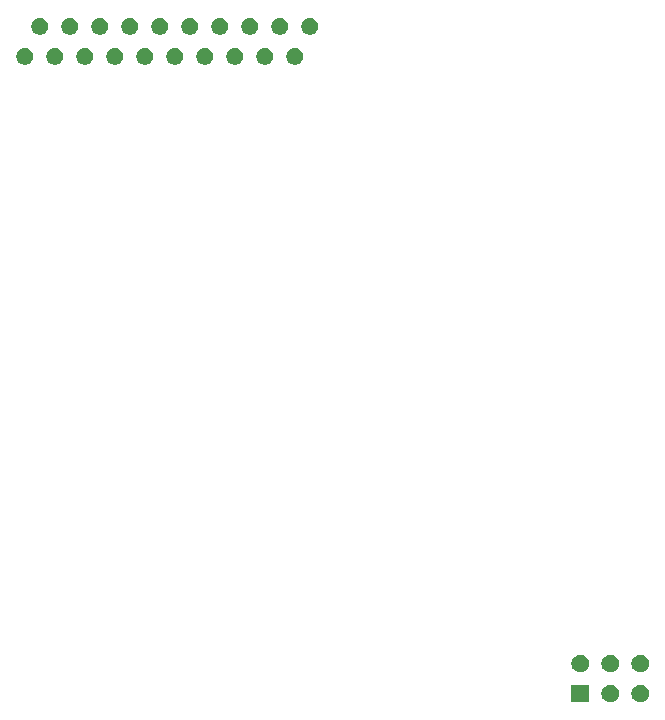
<source format=gbs>
G04 #@! TF.GenerationSoftware,KiCad,Pcbnew,5.1.5-52549c5~84~ubuntu18.04.1*
G04 #@! TF.CreationDate,2019-12-12T20:24:59-05:00*
G04 #@! TF.ProjectId,Shutdown_Sense,53687574-646f-4776-9e5f-53656e73652e,rev?*
G04 #@! TF.SameCoordinates,Original*
G04 #@! TF.FileFunction,Soldermask,Bot*
G04 #@! TF.FilePolarity,Negative*
%FSLAX46Y46*%
G04 Gerber Fmt 4.6, Leading zero omitted, Abs format (unit mm)*
G04 Created by KiCad (PCBNEW 5.1.5-52549c5~84~ubuntu18.04.1) date 2019-12-12 20:24:59*
%MOMM*%
%LPD*%
G04 APERTURE LIST*
%ADD10C,0.100000*%
G04 APERTURE END LIST*
D10*
G36*
X183935800Y-100166600D02*
G01*
X182433800Y-100166600D01*
X182433800Y-98664600D01*
X183935800Y-98664600D01*
X183935800Y-100166600D01*
G37*
G36*
X188483859Y-98693460D02*
G01*
X188620532Y-98750072D01*
X188743535Y-98832260D01*
X188848140Y-98936865D01*
X188930328Y-99059868D01*
X188986940Y-99196541D01*
X189015800Y-99341633D01*
X189015800Y-99489567D01*
X188986940Y-99634659D01*
X188930328Y-99771332D01*
X188848140Y-99894335D01*
X188743535Y-99998940D01*
X188620532Y-100081128D01*
X188620531Y-100081129D01*
X188620530Y-100081129D01*
X188483859Y-100137740D01*
X188338768Y-100166600D01*
X188190832Y-100166600D01*
X188045741Y-100137740D01*
X187909070Y-100081129D01*
X187909069Y-100081129D01*
X187909068Y-100081128D01*
X187786065Y-99998940D01*
X187681460Y-99894335D01*
X187599272Y-99771332D01*
X187542660Y-99634659D01*
X187513800Y-99489567D01*
X187513800Y-99341633D01*
X187542660Y-99196541D01*
X187599272Y-99059868D01*
X187681460Y-98936865D01*
X187786065Y-98832260D01*
X187909068Y-98750072D01*
X188045741Y-98693460D01*
X188190832Y-98664600D01*
X188338768Y-98664600D01*
X188483859Y-98693460D01*
G37*
G36*
X185943859Y-98693460D02*
G01*
X186080532Y-98750072D01*
X186203535Y-98832260D01*
X186308140Y-98936865D01*
X186390328Y-99059868D01*
X186446940Y-99196541D01*
X186475800Y-99341633D01*
X186475800Y-99489567D01*
X186446940Y-99634659D01*
X186390328Y-99771332D01*
X186308140Y-99894335D01*
X186203535Y-99998940D01*
X186080532Y-100081128D01*
X186080531Y-100081129D01*
X186080530Y-100081129D01*
X185943859Y-100137740D01*
X185798768Y-100166600D01*
X185650832Y-100166600D01*
X185505741Y-100137740D01*
X185369070Y-100081129D01*
X185369069Y-100081129D01*
X185369068Y-100081128D01*
X185246065Y-99998940D01*
X185141460Y-99894335D01*
X185059272Y-99771332D01*
X185002660Y-99634659D01*
X184973800Y-99489567D01*
X184973800Y-99341633D01*
X185002660Y-99196541D01*
X185059272Y-99059868D01*
X185141460Y-98936865D01*
X185246065Y-98832260D01*
X185369068Y-98750072D01*
X185505741Y-98693460D01*
X185650832Y-98664600D01*
X185798768Y-98664600D01*
X185943859Y-98693460D01*
G37*
G36*
X188483859Y-96153460D02*
G01*
X188620532Y-96210072D01*
X188743535Y-96292260D01*
X188848140Y-96396865D01*
X188930328Y-96519868D01*
X188986940Y-96656541D01*
X189015800Y-96801633D01*
X189015800Y-96949567D01*
X188986940Y-97094659D01*
X188930328Y-97231332D01*
X188848140Y-97354335D01*
X188743535Y-97458940D01*
X188620532Y-97541128D01*
X188620531Y-97541129D01*
X188620530Y-97541129D01*
X188483859Y-97597740D01*
X188338768Y-97626600D01*
X188190832Y-97626600D01*
X188045741Y-97597740D01*
X187909070Y-97541129D01*
X187909069Y-97541129D01*
X187909068Y-97541128D01*
X187786065Y-97458940D01*
X187681460Y-97354335D01*
X187599272Y-97231332D01*
X187542660Y-97094659D01*
X187513800Y-96949567D01*
X187513800Y-96801633D01*
X187542660Y-96656541D01*
X187599272Y-96519868D01*
X187681460Y-96396865D01*
X187786065Y-96292260D01*
X187909068Y-96210072D01*
X188045741Y-96153460D01*
X188190832Y-96124600D01*
X188338768Y-96124600D01*
X188483859Y-96153460D01*
G37*
G36*
X183403859Y-96153460D02*
G01*
X183540532Y-96210072D01*
X183663535Y-96292260D01*
X183768140Y-96396865D01*
X183850328Y-96519868D01*
X183906940Y-96656541D01*
X183935800Y-96801633D01*
X183935800Y-96949567D01*
X183906940Y-97094659D01*
X183850328Y-97231332D01*
X183768140Y-97354335D01*
X183663535Y-97458940D01*
X183540532Y-97541128D01*
X183540531Y-97541129D01*
X183540530Y-97541129D01*
X183403859Y-97597740D01*
X183258768Y-97626600D01*
X183110832Y-97626600D01*
X182965741Y-97597740D01*
X182829070Y-97541129D01*
X182829069Y-97541129D01*
X182829068Y-97541128D01*
X182706065Y-97458940D01*
X182601460Y-97354335D01*
X182519272Y-97231332D01*
X182462660Y-97094659D01*
X182433800Y-96949567D01*
X182433800Y-96801633D01*
X182462660Y-96656541D01*
X182519272Y-96519868D01*
X182601460Y-96396865D01*
X182706065Y-96292260D01*
X182829068Y-96210072D01*
X182965741Y-96153460D01*
X183110832Y-96124600D01*
X183258768Y-96124600D01*
X183403859Y-96153460D01*
G37*
G36*
X185943859Y-96153460D02*
G01*
X186080532Y-96210072D01*
X186203535Y-96292260D01*
X186308140Y-96396865D01*
X186390328Y-96519868D01*
X186446940Y-96656541D01*
X186475800Y-96801633D01*
X186475800Y-96949567D01*
X186446940Y-97094659D01*
X186390328Y-97231332D01*
X186308140Y-97354335D01*
X186203535Y-97458940D01*
X186080532Y-97541128D01*
X186080531Y-97541129D01*
X186080530Y-97541129D01*
X185943859Y-97597740D01*
X185798768Y-97626600D01*
X185650832Y-97626600D01*
X185505741Y-97597740D01*
X185369070Y-97541129D01*
X185369069Y-97541129D01*
X185369068Y-97541128D01*
X185246065Y-97458940D01*
X185141460Y-97354335D01*
X185059272Y-97231332D01*
X185002660Y-97094659D01*
X184973800Y-96949567D01*
X184973800Y-96801633D01*
X185002660Y-96656541D01*
X185059272Y-96519868D01*
X185141460Y-96396865D01*
X185246065Y-96292260D01*
X185369068Y-96210072D01*
X185505741Y-96153460D01*
X185650832Y-96124600D01*
X185798768Y-96124600D01*
X185943859Y-96153460D01*
G37*
G36*
X143968473Y-44799938D02*
G01*
X144096049Y-44852782D01*
X144210859Y-44929495D01*
X144308505Y-45027141D01*
X144385218Y-45141951D01*
X144438062Y-45269527D01*
X144465000Y-45404956D01*
X144465000Y-45543044D01*
X144438062Y-45678473D01*
X144385218Y-45806049D01*
X144308505Y-45920859D01*
X144210859Y-46018505D01*
X144096049Y-46095218D01*
X143968473Y-46148062D01*
X143833044Y-46175000D01*
X143694956Y-46175000D01*
X143559527Y-46148062D01*
X143431951Y-46095218D01*
X143317141Y-46018505D01*
X143219495Y-45920859D01*
X143142782Y-45806049D01*
X143089938Y-45678473D01*
X143063000Y-45543044D01*
X143063000Y-45404956D01*
X143089938Y-45269527D01*
X143142782Y-45141951D01*
X143219495Y-45027141D01*
X143317141Y-44929495D01*
X143431951Y-44852782D01*
X143559527Y-44799938D01*
X143694956Y-44773000D01*
X143833044Y-44773000D01*
X143968473Y-44799938D01*
G37*
G36*
X138888473Y-44799938D02*
G01*
X139016049Y-44852782D01*
X139130859Y-44929495D01*
X139228505Y-45027141D01*
X139305218Y-45141951D01*
X139358062Y-45269527D01*
X139385000Y-45404956D01*
X139385000Y-45543044D01*
X139358062Y-45678473D01*
X139305218Y-45806049D01*
X139228505Y-45920859D01*
X139130859Y-46018505D01*
X139016049Y-46095218D01*
X138888473Y-46148062D01*
X138753044Y-46175000D01*
X138614956Y-46175000D01*
X138479527Y-46148062D01*
X138351951Y-46095218D01*
X138237141Y-46018505D01*
X138139495Y-45920859D01*
X138062782Y-45806049D01*
X138009938Y-45678473D01*
X137983000Y-45543044D01*
X137983000Y-45404956D01*
X138009938Y-45269527D01*
X138062782Y-45141951D01*
X138139495Y-45027141D01*
X138237141Y-44929495D01*
X138351951Y-44852782D01*
X138479527Y-44799938D01*
X138614956Y-44773000D01*
X138753044Y-44773000D01*
X138888473Y-44799938D01*
G37*
G36*
X141428473Y-44799938D02*
G01*
X141556049Y-44852782D01*
X141670859Y-44929495D01*
X141768505Y-45027141D01*
X141845218Y-45141951D01*
X141898062Y-45269527D01*
X141925000Y-45404956D01*
X141925000Y-45543044D01*
X141898062Y-45678473D01*
X141845218Y-45806049D01*
X141768505Y-45920859D01*
X141670859Y-46018505D01*
X141556049Y-46095218D01*
X141428473Y-46148062D01*
X141293044Y-46175000D01*
X141154956Y-46175000D01*
X141019527Y-46148062D01*
X140891951Y-46095218D01*
X140777141Y-46018505D01*
X140679495Y-45920859D01*
X140602782Y-45806049D01*
X140549938Y-45678473D01*
X140523000Y-45543044D01*
X140523000Y-45404956D01*
X140549938Y-45269527D01*
X140602782Y-45141951D01*
X140679495Y-45027141D01*
X140777141Y-44929495D01*
X140891951Y-44852782D01*
X141019527Y-44799938D01*
X141154956Y-44773000D01*
X141293044Y-44773000D01*
X141428473Y-44799938D01*
G37*
G36*
X146508473Y-44799938D02*
G01*
X146636049Y-44852782D01*
X146750859Y-44929495D01*
X146848505Y-45027141D01*
X146925218Y-45141951D01*
X146978062Y-45269527D01*
X147005000Y-45404956D01*
X147005000Y-45543044D01*
X146978062Y-45678473D01*
X146925218Y-45806049D01*
X146848505Y-45920859D01*
X146750859Y-46018505D01*
X146636049Y-46095218D01*
X146508473Y-46148062D01*
X146373044Y-46175000D01*
X146234956Y-46175000D01*
X146099527Y-46148062D01*
X145971951Y-46095218D01*
X145857141Y-46018505D01*
X145759495Y-45920859D01*
X145682782Y-45806049D01*
X145629938Y-45678473D01*
X145603000Y-45543044D01*
X145603000Y-45404956D01*
X145629938Y-45269527D01*
X145682782Y-45141951D01*
X145759495Y-45027141D01*
X145857141Y-44929495D01*
X145971951Y-44852782D01*
X146099527Y-44799938D01*
X146234956Y-44773000D01*
X146373044Y-44773000D01*
X146508473Y-44799938D01*
G37*
G36*
X149048473Y-44799938D02*
G01*
X149176049Y-44852782D01*
X149290859Y-44929495D01*
X149388505Y-45027141D01*
X149465218Y-45141951D01*
X149518062Y-45269527D01*
X149545000Y-45404956D01*
X149545000Y-45543044D01*
X149518062Y-45678473D01*
X149465218Y-45806049D01*
X149388505Y-45920859D01*
X149290859Y-46018505D01*
X149176049Y-46095218D01*
X149048473Y-46148062D01*
X148913044Y-46175000D01*
X148774956Y-46175000D01*
X148639527Y-46148062D01*
X148511951Y-46095218D01*
X148397141Y-46018505D01*
X148299495Y-45920859D01*
X148222782Y-45806049D01*
X148169938Y-45678473D01*
X148143000Y-45543044D01*
X148143000Y-45404956D01*
X148169938Y-45269527D01*
X148222782Y-45141951D01*
X148299495Y-45027141D01*
X148397141Y-44929495D01*
X148511951Y-44852782D01*
X148639527Y-44799938D01*
X148774956Y-44773000D01*
X148913044Y-44773000D01*
X149048473Y-44799938D01*
G37*
G36*
X151588473Y-44799938D02*
G01*
X151716049Y-44852782D01*
X151830859Y-44929495D01*
X151928505Y-45027141D01*
X152005218Y-45141951D01*
X152058062Y-45269527D01*
X152085000Y-45404956D01*
X152085000Y-45543044D01*
X152058062Y-45678473D01*
X152005218Y-45806049D01*
X151928505Y-45920859D01*
X151830859Y-46018505D01*
X151716049Y-46095218D01*
X151588473Y-46148062D01*
X151453044Y-46175000D01*
X151314956Y-46175000D01*
X151179527Y-46148062D01*
X151051951Y-46095218D01*
X150937141Y-46018505D01*
X150839495Y-45920859D01*
X150762782Y-45806049D01*
X150709938Y-45678473D01*
X150683000Y-45543044D01*
X150683000Y-45404956D01*
X150709938Y-45269527D01*
X150762782Y-45141951D01*
X150839495Y-45027141D01*
X150937141Y-44929495D01*
X151051951Y-44852782D01*
X151179527Y-44799938D01*
X151314956Y-44773000D01*
X151453044Y-44773000D01*
X151588473Y-44799938D01*
G37*
G36*
X136348473Y-44799938D02*
G01*
X136476049Y-44852782D01*
X136590859Y-44929495D01*
X136688505Y-45027141D01*
X136765218Y-45141951D01*
X136818062Y-45269527D01*
X136845000Y-45404956D01*
X136845000Y-45543044D01*
X136818062Y-45678473D01*
X136765218Y-45806049D01*
X136688505Y-45920859D01*
X136590859Y-46018505D01*
X136476049Y-46095218D01*
X136348473Y-46148062D01*
X136213044Y-46175000D01*
X136074956Y-46175000D01*
X135939527Y-46148062D01*
X135811951Y-46095218D01*
X135697141Y-46018505D01*
X135599495Y-45920859D01*
X135522782Y-45806049D01*
X135469938Y-45678473D01*
X135443000Y-45543044D01*
X135443000Y-45404956D01*
X135469938Y-45269527D01*
X135522782Y-45141951D01*
X135599495Y-45027141D01*
X135697141Y-44929495D01*
X135811951Y-44852782D01*
X135939527Y-44799938D01*
X136074956Y-44773000D01*
X136213044Y-44773000D01*
X136348473Y-44799938D01*
G37*
G36*
X159208473Y-44799938D02*
G01*
X159336049Y-44852782D01*
X159450859Y-44929495D01*
X159548505Y-45027141D01*
X159625218Y-45141951D01*
X159678062Y-45269527D01*
X159705000Y-45404956D01*
X159705000Y-45543044D01*
X159678062Y-45678473D01*
X159625218Y-45806049D01*
X159548505Y-45920859D01*
X159450859Y-46018505D01*
X159336049Y-46095218D01*
X159208473Y-46148062D01*
X159073044Y-46175000D01*
X158934956Y-46175000D01*
X158799527Y-46148062D01*
X158671951Y-46095218D01*
X158557141Y-46018505D01*
X158459495Y-45920859D01*
X158382782Y-45806049D01*
X158329938Y-45678473D01*
X158303000Y-45543044D01*
X158303000Y-45404956D01*
X158329938Y-45269527D01*
X158382782Y-45141951D01*
X158459495Y-45027141D01*
X158557141Y-44929495D01*
X158671951Y-44852782D01*
X158799527Y-44799938D01*
X158934956Y-44773000D01*
X159073044Y-44773000D01*
X159208473Y-44799938D01*
G37*
G36*
X156668473Y-44799938D02*
G01*
X156796049Y-44852782D01*
X156910859Y-44929495D01*
X157008505Y-45027141D01*
X157085218Y-45141951D01*
X157138062Y-45269527D01*
X157165000Y-45404956D01*
X157165000Y-45543044D01*
X157138062Y-45678473D01*
X157085218Y-45806049D01*
X157008505Y-45920859D01*
X156910859Y-46018505D01*
X156796049Y-46095218D01*
X156668473Y-46148062D01*
X156533044Y-46175000D01*
X156394956Y-46175000D01*
X156259527Y-46148062D01*
X156131951Y-46095218D01*
X156017141Y-46018505D01*
X155919495Y-45920859D01*
X155842782Y-45806049D01*
X155789938Y-45678473D01*
X155763000Y-45543044D01*
X155763000Y-45404956D01*
X155789938Y-45269527D01*
X155842782Y-45141951D01*
X155919495Y-45027141D01*
X156017141Y-44929495D01*
X156131951Y-44852782D01*
X156259527Y-44799938D01*
X156394956Y-44773000D01*
X156533044Y-44773000D01*
X156668473Y-44799938D01*
G37*
G36*
X154128473Y-44799938D02*
G01*
X154256049Y-44852782D01*
X154370859Y-44929495D01*
X154468505Y-45027141D01*
X154545218Y-45141951D01*
X154598062Y-45269527D01*
X154625000Y-45404956D01*
X154625000Y-45543044D01*
X154598062Y-45678473D01*
X154545218Y-45806049D01*
X154468505Y-45920859D01*
X154370859Y-46018505D01*
X154256049Y-46095218D01*
X154128473Y-46148062D01*
X153993044Y-46175000D01*
X153854956Y-46175000D01*
X153719527Y-46148062D01*
X153591951Y-46095218D01*
X153477141Y-46018505D01*
X153379495Y-45920859D01*
X153302782Y-45806049D01*
X153249938Y-45678473D01*
X153223000Y-45543044D01*
X153223000Y-45404956D01*
X153249938Y-45269527D01*
X153302782Y-45141951D01*
X153379495Y-45027141D01*
X153477141Y-44929495D01*
X153591951Y-44852782D01*
X153719527Y-44799938D01*
X153854956Y-44773000D01*
X153993044Y-44773000D01*
X154128473Y-44799938D01*
G37*
G36*
X160478473Y-42259938D02*
G01*
X160606049Y-42312782D01*
X160720859Y-42389495D01*
X160818505Y-42487141D01*
X160895218Y-42601951D01*
X160948062Y-42729527D01*
X160975000Y-42864956D01*
X160975000Y-43003044D01*
X160948062Y-43138473D01*
X160895218Y-43266049D01*
X160818505Y-43380859D01*
X160720859Y-43478505D01*
X160606049Y-43555218D01*
X160478473Y-43608062D01*
X160343044Y-43635000D01*
X160204956Y-43635000D01*
X160069527Y-43608062D01*
X159941951Y-43555218D01*
X159827141Y-43478505D01*
X159729495Y-43380859D01*
X159652782Y-43266049D01*
X159599938Y-43138473D01*
X159573000Y-43003044D01*
X159573000Y-42864956D01*
X159599938Y-42729527D01*
X159652782Y-42601951D01*
X159729495Y-42487141D01*
X159827141Y-42389495D01*
X159941951Y-42312782D01*
X160069527Y-42259938D01*
X160204956Y-42233000D01*
X160343044Y-42233000D01*
X160478473Y-42259938D01*
G37*
G36*
X137618473Y-42259938D02*
G01*
X137746049Y-42312782D01*
X137860859Y-42389495D01*
X137958505Y-42487141D01*
X138035218Y-42601951D01*
X138088062Y-42729527D01*
X138115000Y-42864956D01*
X138115000Y-43003044D01*
X138088062Y-43138473D01*
X138035218Y-43266049D01*
X137958505Y-43380859D01*
X137860859Y-43478505D01*
X137746049Y-43555218D01*
X137618473Y-43608062D01*
X137483044Y-43635000D01*
X137344956Y-43635000D01*
X137209527Y-43608062D01*
X137081951Y-43555218D01*
X136967141Y-43478505D01*
X136869495Y-43380859D01*
X136792782Y-43266049D01*
X136739938Y-43138473D01*
X136713000Y-43003044D01*
X136713000Y-42864956D01*
X136739938Y-42729527D01*
X136792782Y-42601951D01*
X136869495Y-42487141D01*
X136967141Y-42389495D01*
X137081951Y-42312782D01*
X137209527Y-42259938D01*
X137344956Y-42233000D01*
X137483044Y-42233000D01*
X137618473Y-42259938D01*
G37*
G36*
X140158473Y-42259938D02*
G01*
X140286049Y-42312782D01*
X140400859Y-42389495D01*
X140498505Y-42487141D01*
X140575218Y-42601951D01*
X140628062Y-42729527D01*
X140655000Y-42864956D01*
X140655000Y-43003044D01*
X140628062Y-43138473D01*
X140575218Y-43266049D01*
X140498505Y-43380859D01*
X140400859Y-43478505D01*
X140286049Y-43555218D01*
X140158473Y-43608062D01*
X140023044Y-43635000D01*
X139884956Y-43635000D01*
X139749527Y-43608062D01*
X139621951Y-43555218D01*
X139507141Y-43478505D01*
X139409495Y-43380859D01*
X139332782Y-43266049D01*
X139279938Y-43138473D01*
X139253000Y-43003044D01*
X139253000Y-42864956D01*
X139279938Y-42729527D01*
X139332782Y-42601951D01*
X139409495Y-42487141D01*
X139507141Y-42389495D01*
X139621951Y-42312782D01*
X139749527Y-42259938D01*
X139884956Y-42233000D01*
X140023044Y-42233000D01*
X140158473Y-42259938D01*
G37*
G36*
X142698473Y-42259938D02*
G01*
X142826049Y-42312782D01*
X142940859Y-42389495D01*
X143038505Y-42487141D01*
X143115218Y-42601951D01*
X143168062Y-42729527D01*
X143195000Y-42864956D01*
X143195000Y-43003044D01*
X143168062Y-43138473D01*
X143115218Y-43266049D01*
X143038505Y-43380859D01*
X142940859Y-43478505D01*
X142826049Y-43555218D01*
X142698473Y-43608062D01*
X142563044Y-43635000D01*
X142424956Y-43635000D01*
X142289527Y-43608062D01*
X142161951Y-43555218D01*
X142047141Y-43478505D01*
X141949495Y-43380859D01*
X141872782Y-43266049D01*
X141819938Y-43138473D01*
X141793000Y-43003044D01*
X141793000Y-42864956D01*
X141819938Y-42729527D01*
X141872782Y-42601951D01*
X141949495Y-42487141D01*
X142047141Y-42389495D01*
X142161951Y-42312782D01*
X142289527Y-42259938D01*
X142424956Y-42233000D01*
X142563044Y-42233000D01*
X142698473Y-42259938D01*
G37*
G36*
X145238473Y-42259938D02*
G01*
X145366049Y-42312782D01*
X145480859Y-42389495D01*
X145578505Y-42487141D01*
X145655218Y-42601951D01*
X145708062Y-42729527D01*
X145735000Y-42864956D01*
X145735000Y-43003044D01*
X145708062Y-43138473D01*
X145655218Y-43266049D01*
X145578505Y-43380859D01*
X145480859Y-43478505D01*
X145366049Y-43555218D01*
X145238473Y-43608062D01*
X145103044Y-43635000D01*
X144964956Y-43635000D01*
X144829527Y-43608062D01*
X144701951Y-43555218D01*
X144587141Y-43478505D01*
X144489495Y-43380859D01*
X144412782Y-43266049D01*
X144359938Y-43138473D01*
X144333000Y-43003044D01*
X144333000Y-42864956D01*
X144359938Y-42729527D01*
X144412782Y-42601951D01*
X144489495Y-42487141D01*
X144587141Y-42389495D01*
X144701951Y-42312782D01*
X144829527Y-42259938D01*
X144964956Y-42233000D01*
X145103044Y-42233000D01*
X145238473Y-42259938D01*
G37*
G36*
X147778473Y-42259938D02*
G01*
X147906049Y-42312782D01*
X148020859Y-42389495D01*
X148118505Y-42487141D01*
X148195218Y-42601951D01*
X148248062Y-42729527D01*
X148275000Y-42864956D01*
X148275000Y-43003044D01*
X148248062Y-43138473D01*
X148195218Y-43266049D01*
X148118505Y-43380859D01*
X148020859Y-43478505D01*
X147906049Y-43555218D01*
X147778473Y-43608062D01*
X147643044Y-43635000D01*
X147504956Y-43635000D01*
X147369527Y-43608062D01*
X147241951Y-43555218D01*
X147127141Y-43478505D01*
X147029495Y-43380859D01*
X146952782Y-43266049D01*
X146899938Y-43138473D01*
X146873000Y-43003044D01*
X146873000Y-42864956D01*
X146899938Y-42729527D01*
X146952782Y-42601951D01*
X147029495Y-42487141D01*
X147127141Y-42389495D01*
X147241951Y-42312782D01*
X147369527Y-42259938D01*
X147504956Y-42233000D01*
X147643044Y-42233000D01*
X147778473Y-42259938D01*
G37*
G36*
X150318473Y-42259938D02*
G01*
X150446049Y-42312782D01*
X150560859Y-42389495D01*
X150658505Y-42487141D01*
X150735218Y-42601951D01*
X150788062Y-42729527D01*
X150815000Y-42864956D01*
X150815000Y-43003044D01*
X150788062Y-43138473D01*
X150735218Y-43266049D01*
X150658505Y-43380859D01*
X150560859Y-43478505D01*
X150446049Y-43555218D01*
X150318473Y-43608062D01*
X150183044Y-43635000D01*
X150044956Y-43635000D01*
X149909527Y-43608062D01*
X149781951Y-43555218D01*
X149667141Y-43478505D01*
X149569495Y-43380859D01*
X149492782Y-43266049D01*
X149439938Y-43138473D01*
X149413000Y-43003044D01*
X149413000Y-42864956D01*
X149439938Y-42729527D01*
X149492782Y-42601951D01*
X149569495Y-42487141D01*
X149667141Y-42389495D01*
X149781951Y-42312782D01*
X149909527Y-42259938D01*
X150044956Y-42233000D01*
X150183044Y-42233000D01*
X150318473Y-42259938D01*
G37*
G36*
X157938473Y-42259938D02*
G01*
X158066049Y-42312782D01*
X158180859Y-42389495D01*
X158278505Y-42487141D01*
X158355218Y-42601951D01*
X158408062Y-42729527D01*
X158435000Y-42864956D01*
X158435000Y-43003044D01*
X158408062Y-43138473D01*
X158355218Y-43266049D01*
X158278505Y-43380859D01*
X158180859Y-43478505D01*
X158066049Y-43555218D01*
X157938473Y-43608062D01*
X157803044Y-43635000D01*
X157664956Y-43635000D01*
X157529527Y-43608062D01*
X157401951Y-43555218D01*
X157287141Y-43478505D01*
X157189495Y-43380859D01*
X157112782Y-43266049D01*
X157059938Y-43138473D01*
X157033000Y-43003044D01*
X157033000Y-42864956D01*
X157059938Y-42729527D01*
X157112782Y-42601951D01*
X157189495Y-42487141D01*
X157287141Y-42389495D01*
X157401951Y-42312782D01*
X157529527Y-42259938D01*
X157664956Y-42233000D01*
X157803044Y-42233000D01*
X157938473Y-42259938D01*
G37*
G36*
X155398473Y-42259938D02*
G01*
X155526049Y-42312782D01*
X155640859Y-42389495D01*
X155738505Y-42487141D01*
X155815218Y-42601951D01*
X155868062Y-42729527D01*
X155895000Y-42864956D01*
X155895000Y-43003044D01*
X155868062Y-43138473D01*
X155815218Y-43266049D01*
X155738505Y-43380859D01*
X155640859Y-43478505D01*
X155526049Y-43555218D01*
X155398473Y-43608062D01*
X155263044Y-43635000D01*
X155124956Y-43635000D01*
X154989527Y-43608062D01*
X154861951Y-43555218D01*
X154747141Y-43478505D01*
X154649495Y-43380859D01*
X154572782Y-43266049D01*
X154519938Y-43138473D01*
X154493000Y-43003044D01*
X154493000Y-42864956D01*
X154519938Y-42729527D01*
X154572782Y-42601951D01*
X154649495Y-42487141D01*
X154747141Y-42389495D01*
X154861951Y-42312782D01*
X154989527Y-42259938D01*
X155124956Y-42233000D01*
X155263044Y-42233000D01*
X155398473Y-42259938D01*
G37*
G36*
X152858473Y-42259938D02*
G01*
X152986049Y-42312782D01*
X153100859Y-42389495D01*
X153198505Y-42487141D01*
X153275218Y-42601951D01*
X153328062Y-42729527D01*
X153355000Y-42864956D01*
X153355000Y-43003044D01*
X153328062Y-43138473D01*
X153275218Y-43266049D01*
X153198505Y-43380859D01*
X153100859Y-43478505D01*
X152986049Y-43555218D01*
X152858473Y-43608062D01*
X152723044Y-43635000D01*
X152584956Y-43635000D01*
X152449527Y-43608062D01*
X152321951Y-43555218D01*
X152207141Y-43478505D01*
X152109495Y-43380859D01*
X152032782Y-43266049D01*
X151979938Y-43138473D01*
X151953000Y-43003044D01*
X151953000Y-42864956D01*
X151979938Y-42729527D01*
X152032782Y-42601951D01*
X152109495Y-42487141D01*
X152207141Y-42389495D01*
X152321951Y-42312782D01*
X152449527Y-42259938D01*
X152584956Y-42233000D01*
X152723044Y-42233000D01*
X152858473Y-42259938D01*
G37*
M02*

</source>
